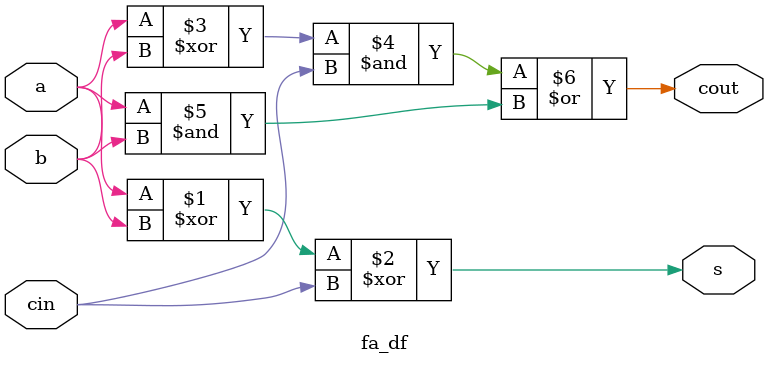
<source format=v>
`timescale 1ns / 1ps

module squarer_4bit(input [3:0]a, input [7:0]p);
    wire [5:1]w;
    assign p[0]=a[0];
    assign p[1]=1'b0;
    assign p[2]=a[1]&~(a[0]);
    ha_df ha1(a[1]&a[0],a[2]&a[0],p[3],w[1]);
    fa_df fa1(a[3]&a[0],a[2]&~a[1],w[1],p[4],w[2]);
    fa_df fa2(a[3]&a[1],a[2]&a[1],w[2],p[5],w[3]);
    ha_df ha2(a[3]&~a[2],w[3],p[6],w[4]);
    ha_df ha3(a[3]&a[2],w[4],p[7],w[5]);
endmodule

module ha_df(input a,b,output s,cout);
assign s=a^b;
assign cout=a&b;
endmodule

module fa_df(input a,b,cin,output s,cout);
assign s=a^b^cin;
assign cout=((a^b)&cin)|(a&b);
endmodule
</source>
